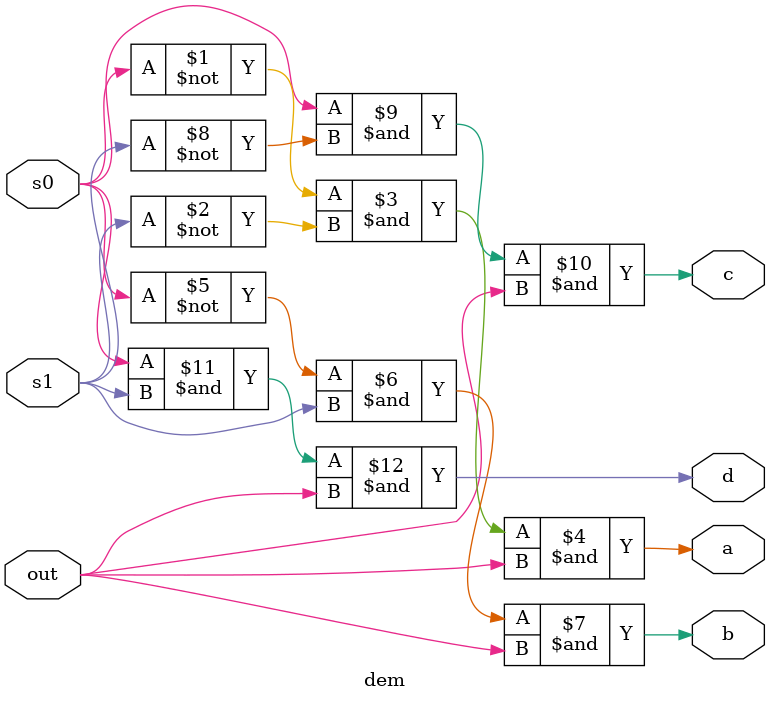
<source format=v>
`timescale 1ns / 1ps


module dem(
    input out,
    input s0,
    input s1,
    output a,
    output b,
    output c,
    output d
    );
    assign a=~s0&~s1&out;
    assign b=~s0&s1&out;
    assign c=s0&~s1&out;
    assign d=s0&s1&out;
endmodule

</source>
